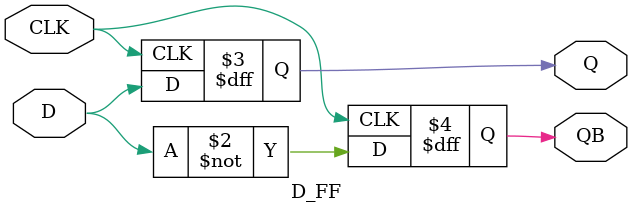
<source format=v>
module D_FF(Q,QB,D,CLK);
input D,CLK;
output Q,QB;
reg Q,QB;
always @(posedge CLK)
begin
Q=D; 
QB=~Q;
end
endmodule 

</source>
